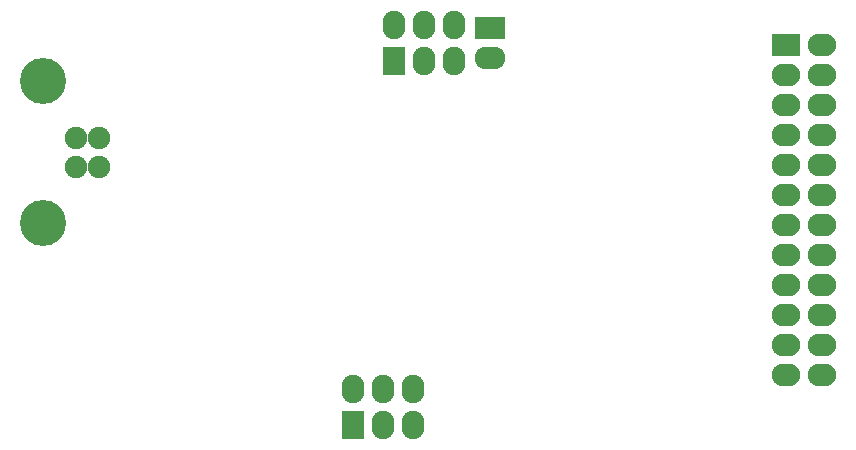
<source format=gbr>
G04 #@! TF.FileFunction,Soldermask,Bot*
%FSLAX46Y46*%
G04 Gerber Fmt 4.6, Leading zero omitted, Abs format (unit mm)*
G04 Created by KiCad (PCBNEW no-vcs-found-product) date Mo 14 Sep 2015 21:18:45 CEST*
%MOMM*%
G01*
G04 APERTURE LIST*
%ADD10C,0.100000*%
%ADD11C,1.901140*%
%ADD12C,3.900120*%
%ADD13R,1.924000X2.398980*%
%ADD14O,1.924000X2.398980*%
%ADD15R,2.398980X1.924000*%
%ADD16O,2.398980X1.924000*%
%ADD17R,2.599640X1.924000*%
%ADD18O,2.599640X1.924000*%
G04 APERTURE END LIST*
D10*
D11*
X118893800Y-86910800D03*
X118893800Y-89400000D03*
X120900400Y-89400000D03*
X120900400Y-86910800D03*
D12*
X116176000Y-82135600D03*
X116176000Y-94175200D03*
D13*
X145900000Y-80388920D03*
D14*
X145900000Y-77351080D03*
X148440000Y-80388920D03*
X148440000Y-77351080D03*
X150980000Y-80388920D03*
X150980000Y-77351080D03*
D15*
X179031080Y-79080000D03*
D16*
X182068920Y-79080000D03*
X179031080Y-81620000D03*
X182068920Y-81620000D03*
X179031080Y-84160000D03*
X182068920Y-84160000D03*
X179031080Y-86700000D03*
X182068920Y-86700000D03*
X179031080Y-89240000D03*
X182068920Y-89240000D03*
X179031080Y-91780000D03*
X182068920Y-91780000D03*
X179031080Y-94320000D03*
X182068920Y-94320000D03*
X179031080Y-96860000D03*
X182068920Y-96860000D03*
X179031080Y-99400000D03*
X182068920Y-99400000D03*
X179031080Y-101940000D03*
X182068920Y-101940000D03*
X179031080Y-104480000D03*
X182068920Y-104480000D03*
X179031080Y-107020000D03*
X182068920Y-107020000D03*
D13*
X142420000Y-111248920D03*
D14*
X142420000Y-108211080D03*
X144960000Y-111248920D03*
X144960000Y-108211080D03*
X147500000Y-111248920D03*
X147500000Y-108211080D03*
D17*
X154000000Y-77660000D03*
D18*
X154000000Y-80200000D03*
M02*

</source>
